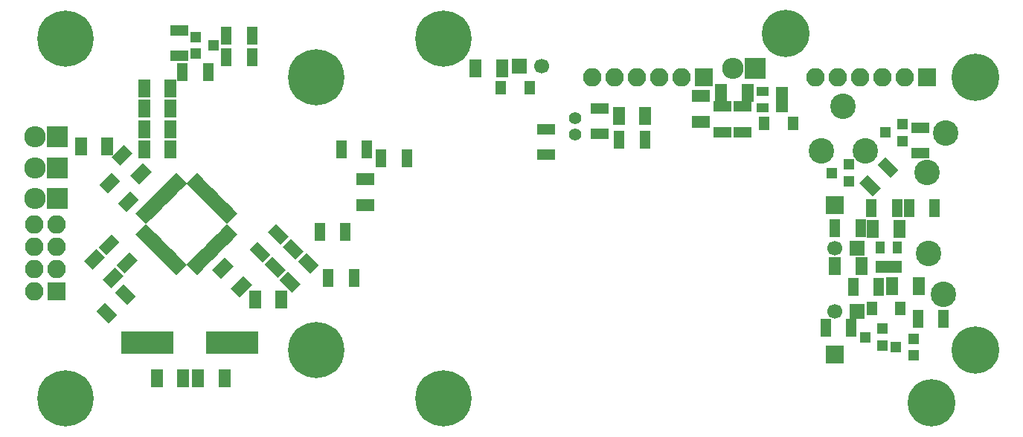
<source format=gbs>
G04 #@! TF.FileFunction,Soldermask,Bot*
%FSLAX46Y46*%
G04 Gerber Fmt 4.6, Leading zero omitted, Abs format (unit mm)*
G04 Created by KiCad (PCBNEW 4.0.4-stable) date 01/26/17 16:37:22*
%MOMM*%
%LPD*%
G01*
G04 APERTURE LIST*
%ADD10C,0.100000*%
%ADD11R,2.100000X1.300000*%
%ADD12C,5.400000*%
%ADD13C,4.400000*%
%ADD14R,1.300000X2.100000*%
%ADD15R,1.200100X1.200100*%
%ADD16C,1.700000*%
%ADD17R,1.700000X1.700000*%
%ADD18C,2.899360*%
%ADD19C,2.900000*%
%ADD20R,1.310000X1.620000*%
%ADD21C,6.400000*%
%ADD22R,2.432000X2.432000*%
%ADD23O,2.432000X2.432000*%
%ADD24R,1.400000X2.000000*%
%ADD25R,2.000000X1.400000*%
%ADD26R,1.460000X1.050000*%
%ADD27R,1.050000X1.460000*%
%ADD28R,6.000700X2.500580*%
%ADD29R,2.100000X2.100000*%
%ADD30O,2.100000X2.100000*%
%ADD31C,1.400000*%
G04 APERTURE END LIST*
D10*
D11*
X103700000Y31450000D03*
X103700000Y34350000D03*
D12*
X88370000Y45060000D03*
D13*
X88370000Y45060000D03*
D10*
G36*
X33887868Y20102082D02*
X35302082Y18687868D01*
X34312132Y17697918D01*
X32897918Y19112132D01*
X33887868Y20102082D01*
X33887868Y20102082D01*
G37*
G36*
X31766548Y17980762D02*
X33180762Y16566548D01*
X32190812Y15576598D01*
X30776598Y16990812D01*
X31766548Y17980762D01*
X31766548Y17980762D01*
G37*
D14*
X35350000Y22500000D03*
X38250000Y22500000D03*
D15*
X99398980Y11450000D03*
X99398980Y9550000D03*
X97400000Y10500000D03*
D16*
X94000000Y13400000D03*
D17*
X96500000Y13400000D03*
D14*
X92950000Y11600000D03*
X95850000Y11600000D03*
X94000000Y22900000D03*
X96900000Y22900000D03*
D15*
X101700760Y34750000D03*
X101700760Y32850000D03*
X99701780Y33800000D03*
D18*
X94930000Y36760000D03*
X97429360Y31720640D03*
X92430640Y31720640D03*
D14*
X101050000Y25200000D03*
X98150000Y25200000D03*
D19*
X104644950Y20049232D03*
X106355050Y15350768D03*
X106556546Y33765769D03*
X104443454Y29234231D03*
D16*
X94000000Y20600000D03*
D17*
X96500000Y20600000D03*
D16*
X60600000Y41400000D03*
D17*
X58100000Y41400000D03*
D20*
X89235000Y34800000D03*
X85965000Y34800000D03*
X98165000Y13800000D03*
X101435000Y13800000D03*
X55965000Y38900000D03*
X59235000Y38900000D03*
D21*
X6450000Y3500000D03*
D13*
X6450000Y3500000D03*
D21*
X49450000Y3500000D03*
D13*
X49450000Y3500000D03*
D12*
X104950000Y3000000D03*
D13*
X104950000Y3000000D03*
D21*
X49450000Y44500000D03*
D13*
X49450000Y44500000D03*
D21*
X6450000Y44500000D03*
D13*
X6450000Y44500000D03*
D22*
X5500000Y33300000D03*
D23*
X2960000Y33300000D03*
D22*
X5500000Y29800000D03*
D23*
X2960000Y29800000D03*
D22*
X5500000Y26300000D03*
D23*
X2960000Y26300000D03*
D22*
X84870000Y41130000D03*
D23*
X82330000Y41130000D03*
D10*
G36*
X23115889Y21720656D02*
X24318310Y20518235D01*
X23645725Y19845650D01*
X22443304Y21048071D01*
X23115889Y21720656D01*
X23115889Y21720656D01*
G37*
G36*
X22551929Y21156696D02*
X23754350Y19954275D01*
X23081765Y19281690D01*
X21879344Y20484111D01*
X22551929Y21156696D01*
X22551929Y21156696D01*
G37*
G36*
X21986172Y20590940D02*
X23188593Y19388519D01*
X22516008Y18715934D01*
X21313587Y19918355D01*
X21986172Y20590940D01*
X21986172Y20590940D01*
G37*
G36*
X21420416Y20025184D02*
X22622837Y18822763D01*
X21950252Y18150178D01*
X20747831Y19352599D01*
X21420416Y20025184D01*
X21420416Y20025184D01*
G37*
G36*
X20854660Y19459428D02*
X22057081Y18257007D01*
X21384496Y17584422D01*
X20182075Y18786843D01*
X20854660Y19459428D01*
X20854660Y19459428D01*
G37*
G36*
X24813157Y23417925D02*
X26015578Y22215504D01*
X25342993Y21542919D01*
X24140572Y22745340D01*
X24813157Y23417925D01*
X24813157Y23417925D01*
G37*
G36*
X24247401Y22852169D02*
X25449822Y21649748D01*
X24777237Y20977163D01*
X23574816Y22179584D01*
X24247401Y22852169D01*
X24247401Y22852169D01*
G37*
G36*
X23681645Y22286413D02*
X24884066Y21083992D01*
X24211481Y20411407D01*
X23009060Y21613828D01*
X23681645Y22286413D01*
X23681645Y22286413D01*
G37*
G36*
X19545340Y19459428D02*
X20217925Y18786843D01*
X19015504Y17584422D01*
X18342919Y18257007D01*
X19545340Y19459428D01*
X19545340Y19459428D01*
G37*
G36*
X18979584Y20025184D02*
X19652169Y19352599D01*
X18449748Y18150178D01*
X17777163Y18822763D01*
X18979584Y20025184D01*
X18979584Y20025184D01*
G37*
G36*
X18413828Y20590940D02*
X19086413Y19918355D01*
X17883992Y18715934D01*
X17211407Y19388519D01*
X18413828Y20590940D01*
X18413828Y20590940D01*
G37*
G36*
X17848071Y21156696D02*
X18520656Y20484111D01*
X17318235Y19281690D01*
X16645650Y19954275D01*
X17848071Y21156696D01*
X17848071Y21156696D01*
G37*
G36*
X17284111Y21720656D02*
X17956696Y21048071D01*
X16754275Y19845650D01*
X16081690Y20518235D01*
X17284111Y21720656D01*
X17284111Y21720656D01*
G37*
G36*
X16718355Y22286413D02*
X17390940Y21613828D01*
X16188519Y20411407D01*
X15515934Y21083992D01*
X16718355Y22286413D01*
X16718355Y22286413D01*
G37*
G36*
X16152599Y22852169D02*
X16825184Y22179584D01*
X15622763Y20977163D01*
X14950178Y21649748D01*
X16152599Y22852169D01*
X16152599Y22852169D01*
G37*
G36*
X15586843Y23417925D02*
X16259428Y22745340D01*
X15057007Y21542919D01*
X14384422Y22215504D01*
X15586843Y23417925D01*
X15586843Y23417925D01*
G37*
G36*
X15057007Y25257081D02*
X16259428Y24054660D01*
X15586843Y23382075D01*
X14384422Y24584496D01*
X15057007Y25257081D01*
X15057007Y25257081D01*
G37*
G36*
X15622763Y25822837D02*
X16825184Y24620416D01*
X16152599Y23947831D01*
X14950178Y25150252D01*
X15622763Y25822837D01*
X15622763Y25822837D01*
G37*
G36*
X16188519Y26388593D02*
X17390940Y25186172D01*
X16718355Y24513587D01*
X15515934Y25716008D01*
X16188519Y26388593D01*
X16188519Y26388593D01*
G37*
G36*
X16754275Y26954350D02*
X17956696Y25751929D01*
X17284111Y25079344D01*
X16081690Y26281765D01*
X16754275Y26954350D01*
X16754275Y26954350D01*
G37*
G36*
X17318235Y27518310D02*
X18520656Y26315889D01*
X17848071Y25643304D01*
X16645650Y26845725D01*
X17318235Y27518310D01*
X17318235Y27518310D01*
G37*
G36*
X17883992Y28084066D02*
X19086413Y26881645D01*
X18413828Y26209060D01*
X17211407Y27411481D01*
X17883992Y28084066D01*
X17883992Y28084066D01*
G37*
G36*
X18449748Y28649822D02*
X19652169Y27447401D01*
X18979584Y26774816D01*
X17777163Y27977237D01*
X18449748Y28649822D01*
X18449748Y28649822D01*
G37*
G36*
X19015504Y29215578D02*
X20217925Y28013157D01*
X19545340Y27340572D01*
X18342919Y28542993D01*
X19015504Y29215578D01*
X19015504Y29215578D01*
G37*
G36*
X21384496Y29215578D02*
X22057081Y28542993D01*
X20854660Y27340572D01*
X20182075Y28013157D01*
X21384496Y29215578D01*
X21384496Y29215578D01*
G37*
G36*
X21950252Y28649822D02*
X22622837Y27977237D01*
X21420416Y26774816D01*
X20747831Y27447401D01*
X21950252Y28649822D01*
X21950252Y28649822D01*
G37*
G36*
X22516008Y28084066D02*
X23188593Y27411481D01*
X21986172Y26209060D01*
X21313587Y26881645D01*
X22516008Y28084066D01*
X22516008Y28084066D01*
G37*
G36*
X23081765Y27518310D02*
X23754350Y26845725D01*
X22551929Y25643304D01*
X21879344Y26315889D01*
X23081765Y27518310D01*
X23081765Y27518310D01*
G37*
G36*
X23645725Y26954350D02*
X24318310Y26281765D01*
X23115889Y25079344D01*
X22443304Y25751929D01*
X23645725Y26954350D01*
X23645725Y26954350D01*
G37*
G36*
X24211481Y26388593D02*
X24884066Y25716008D01*
X23681645Y24513587D01*
X23009060Y25186172D01*
X24211481Y26388593D01*
X24211481Y26388593D01*
G37*
G36*
X24777237Y25822837D02*
X25449822Y25150252D01*
X24247401Y23947831D01*
X23574816Y24620416D01*
X24777237Y25822837D01*
X24777237Y25822837D01*
G37*
G36*
X25342993Y25257081D02*
X26015578Y24584496D01*
X24813157Y23382075D01*
X24140572Y24054660D01*
X25342993Y25257081D01*
X25342993Y25257081D01*
G37*
G36*
X10237258Y27848528D02*
X11651472Y29262742D01*
X12641422Y28272792D01*
X11227208Y26858578D01*
X10237258Y27848528D01*
X10237258Y27848528D01*
G37*
G36*
X12358578Y25727208D02*
X13772792Y27141422D01*
X14762742Y26151472D01*
X13348528Y24737258D01*
X12358578Y25727208D01*
X12358578Y25727208D01*
G37*
G36*
X27662742Y16451472D02*
X26248528Y15037258D01*
X25258578Y16027208D01*
X26672792Y17441422D01*
X27662742Y16451472D01*
X27662742Y16451472D01*
G37*
G36*
X25541422Y18572792D02*
X24127208Y17158578D01*
X23137258Y18148528D01*
X24551472Y19562742D01*
X25541422Y18572792D01*
X25541422Y18572792D01*
G37*
D24*
X21500000Y5800000D03*
X24500000Y5800000D03*
X19800000Y5800000D03*
X16800000Y5800000D03*
X31000000Y14800000D03*
X28000000Y14800000D03*
D10*
G36*
X13048528Y16562742D02*
X14462742Y15148528D01*
X13472792Y14158578D01*
X12058578Y15572792D01*
X13048528Y16562742D01*
X13048528Y16562742D01*
G37*
G36*
X10927208Y14441422D02*
X12341422Y13027208D01*
X11351472Y12037258D01*
X9937258Y13451472D01*
X10927208Y14441422D01*
X10927208Y14441422D01*
G37*
D25*
X78700000Y35000000D03*
X78700000Y38000000D03*
D24*
X84050000Y38320000D03*
X81050000Y38320000D03*
X97000000Y18600000D03*
X94000000Y18600000D03*
X98300000Y22800000D03*
X101300000Y22800000D03*
X103500000Y16300000D03*
X100500000Y16300000D03*
X56100000Y41100000D03*
X53100000Y41100000D03*
D10*
G36*
X8537258Y19148528D02*
X9951472Y20562742D01*
X10941422Y19572792D01*
X9527208Y18158578D01*
X8537258Y19148528D01*
X8537258Y19148528D01*
G37*
G36*
X10658578Y17027208D02*
X12072792Y18441422D01*
X13062742Y17451472D01*
X11648528Y16037258D01*
X10658578Y17027208D01*
X10658578Y17027208D01*
G37*
D24*
X18400000Y36500000D03*
X15400000Y36500000D03*
X15400000Y34200000D03*
X18400000Y34200000D03*
X72400000Y35700000D03*
X69400000Y35700000D03*
X18400000Y31900000D03*
X15400000Y31900000D03*
D15*
X102900760Y10300000D03*
X102900760Y8400000D03*
X100901780Y9350000D03*
X95600760Y30150000D03*
X95600760Y28250000D03*
X93601780Y29200000D03*
D11*
X61100000Y34150000D03*
X61100000Y31250000D03*
D10*
G36*
X30557538Y17272613D02*
X29072613Y18757538D01*
X29991852Y19676777D01*
X31476777Y18191852D01*
X30557538Y17272613D01*
X30557538Y17272613D01*
G37*
G36*
X32608148Y19323223D02*
X31123223Y20808148D01*
X32042462Y21727387D01*
X33527387Y20242462D01*
X32608148Y19323223D01*
X32608148Y19323223D01*
G37*
G36*
X28857538Y18972613D02*
X27372613Y20457538D01*
X28291852Y21376777D01*
X29776777Y19891852D01*
X28857538Y18972613D01*
X28857538Y18972613D01*
G37*
G36*
X30908148Y21023223D02*
X29423223Y22508148D01*
X30342462Y23427387D01*
X31827387Y21942462D01*
X30908148Y21023223D01*
X30908148Y21023223D01*
G37*
G36*
X10172613Y20742462D02*
X11657538Y22227387D01*
X12576777Y21308148D01*
X11091852Y19823223D01*
X10172613Y20742462D01*
X10172613Y20742462D01*
G37*
G36*
X12223223Y18691852D02*
X13708148Y20176777D01*
X14627387Y19257538D01*
X13142462Y17772613D01*
X12223223Y18691852D01*
X12223223Y18691852D01*
G37*
D14*
X99000000Y16200000D03*
X96100000Y16200000D03*
D10*
G36*
X98257538Y26572613D02*
X96772613Y28057538D01*
X97691852Y28976777D01*
X99176777Y27491852D01*
X98257538Y26572613D01*
X98257538Y26572613D01*
G37*
G36*
X100308148Y28623223D02*
X98823223Y30108148D01*
X99742462Y31027387D01*
X101227387Y29542462D01*
X100308148Y28623223D01*
X100308148Y28623223D01*
G37*
D14*
X39250000Y17200000D03*
X36350000Y17200000D03*
X27650000Y44800000D03*
X24750000Y44800000D03*
D11*
X19370000Y45460000D03*
X19370000Y42560000D03*
D14*
X22650000Y40700000D03*
X19750000Y40700000D03*
D11*
X67200000Y36550000D03*
X67200000Y33650000D03*
D14*
X72350000Y33000000D03*
X69450000Y33000000D03*
X106350000Y12600000D03*
X103450000Y12600000D03*
X40750000Y31900000D03*
X37850000Y31900000D03*
X42350000Y30900000D03*
X45250000Y30900000D03*
D26*
X87920000Y38520000D03*
X87920000Y37570000D03*
X87920000Y36620000D03*
X85720000Y36620000D03*
X85720000Y38520000D03*
D27*
X101050000Y18500000D03*
X100100000Y18500000D03*
X99150000Y18500000D03*
X99150000Y20700000D03*
X101050000Y20700000D03*
D15*
X21239240Y42770000D03*
X21239240Y44670000D03*
X23238220Y43720000D03*
D12*
X109950000Y9050000D03*
D13*
X109950000Y9050000D03*
D12*
X109950000Y40050000D03*
D13*
X109950000Y40050000D03*
D21*
X34950000Y40050000D03*
D13*
X34950000Y40050000D03*
D21*
X34950000Y9050000D03*
D13*
X34950000Y9050000D03*
D28*
X25397720Y9900000D03*
X15700000Y9900000D03*
D29*
X5400000Y15680000D03*
D30*
X2860000Y15680000D03*
X5400000Y18220000D03*
X2860000Y18220000D03*
X5400000Y20760000D03*
X2860000Y20760000D03*
X5400000Y23300000D03*
X2860000Y23300000D03*
D10*
G36*
X16202082Y29312132D02*
X14787868Y27897918D01*
X13797918Y28887868D01*
X15212132Y30302082D01*
X16202082Y29312132D01*
X16202082Y29312132D01*
G37*
G36*
X14080762Y31433452D02*
X12666548Y30019238D01*
X11676598Y31009188D01*
X13090812Y32423402D01*
X14080762Y31433452D01*
X14080762Y31433452D01*
G37*
D24*
X11200000Y32200000D03*
X8200000Y32200000D03*
X18400000Y38800000D03*
X15400000Y38800000D03*
D25*
X40500000Y28500000D03*
X40500000Y25500000D03*
D14*
X24750000Y42400000D03*
X27650000Y42400000D03*
D11*
X81200000Y33850000D03*
X81200000Y36750000D03*
X83500000Y36750000D03*
X83500000Y33850000D03*
D14*
X105350000Y25200000D03*
X102450000Y25200000D03*
D29*
X104450000Y40050000D03*
D30*
X101910000Y40050000D03*
X99370000Y40050000D03*
X96830000Y40050000D03*
X94290000Y40050000D03*
X91750000Y40050000D03*
D29*
X79050000Y40050000D03*
D30*
X76510000Y40050000D03*
X73970000Y40050000D03*
X71430000Y40050000D03*
X68890000Y40050000D03*
X66350000Y40050000D03*
D29*
X94000000Y8500000D03*
X94000000Y25500000D03*
D31*
X64400000Y35450700D03*
X64400000Y33550700D03*
M02*

</source>
